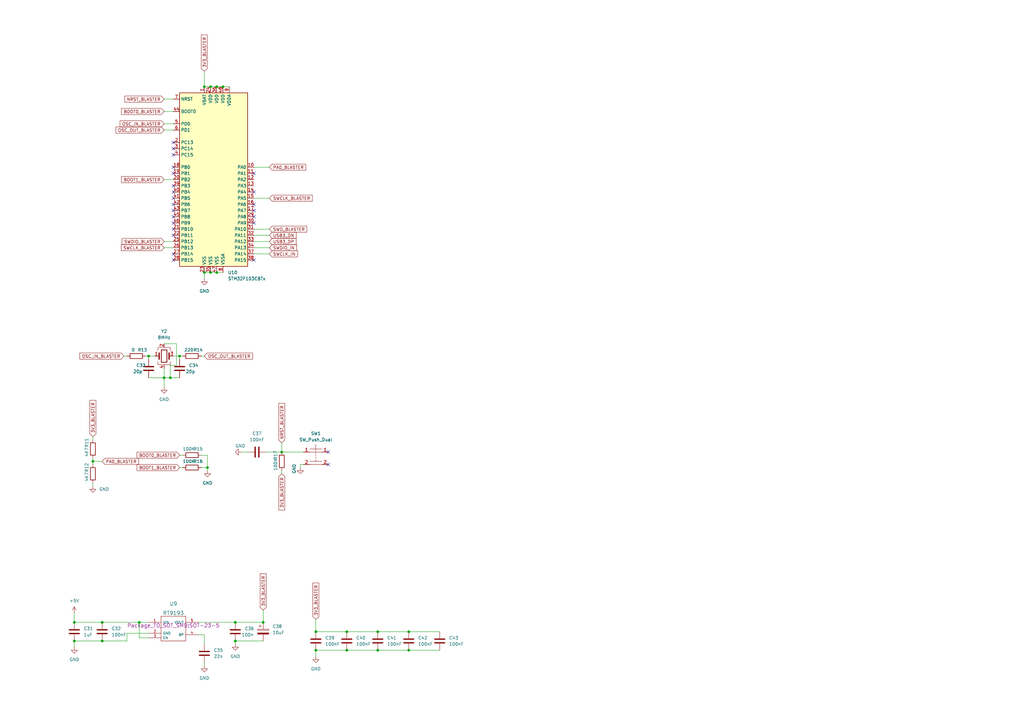
<source format=kicad_sch>
(kicad_sch (version 20211123) (generator eeschema)
  (paper "A3")
  (lib_symbols
    (symbol "Device:C" (pin_numbers hide) (pin_names (offset 0.254))
      (property "Reference" "C" (at 0.635 2.54 0))
      (property "Value" "C" (at 0.635 -2.54 0))
      (symbol "C_0_1"
        (polyline (pts (xy -2.032 -0.762) (xy 2.032 -0.762)) (stroke (width 0.508)))
        (polyline (pts (xy -2.032 0.762) (xy 2.032 0.762)) (stroke (width 0.508)))
      )
      (symbol "C_1_1"
        (pin passive line (at 0 3.81 270) (length 2.794) (name "~") (number "1"))
        (pin passive line (at 0 -3.81 90) (length 2.794) (name "~") (number "2"))
      )
    )
    (symbol "Device:C_Polarized" (pin_numbers hide) (pin_names (offset 0.254))
      (property "Reference" "C" (at 0.635 2.54 0))
      (property "Value" "C_Polarized" (at 0.635 -2.54 0))
      (symbol "C_Polarized_0_1"
        (rectangle (start -2.286 0.508) (end 2.286 1.016))
        (polyline (pts (xy -1.778 2.286) (xy -0.762 2.286)))
        (polyline (pts (xy -1.27 2.794) (xy -1.27 1.778)))
        (rectangle (start 2.286 -0.508) (end -2.286 -1.016) (fill (type outline)))
      )
      (symbol "C_Polarized_1_1"
        (pin passive line (at 0 3.81 270) (length 2.794) (name "~") (number "1"))
        (pin passive line (at 0 -3.81 90) (length 2.794) (name "~") (number "2"))
      )
    )
    (symbol "Device:Crystal_GND24" (pin_names (offset 1.016) hide)
      (property "Reference" "Y" (at 3.175 5.08 0))
      (property "Value" "Crystal_GND24" (at 3.175 3.175 0))
      (symbol "Crystal_GND24_0_1"
        (rectangle (start -1.143 2.54) (end 1.143 -2.54) (stroke (width 0.3048)))
        (polyline (pts (xy -2.54 0) (xy -2.032 0)))
        (polyline (pts (xy -2.032 -1.27) (xy -2.032 1.27)) (stroke (width 0.508)))
        (polyline (pts (xy 0 -3.81) (xy 0 -3.556)))
        (polyline (pts (xy 0 3.556) (xy 0 3.81)))
        (polyline (pts (xy 2.032 -1.27) (xy 2.032 1.27)) (stroke (width 0.508)))
        (polyline (pts (xy 2.032 0) (xy 2.54 0)))
        (polyline (pts (xy -2.54 -2.286) (xy -2.54 -3.556) (xy 2.54 -3.556) (xy 2.54 -2.286)))
        (polyline (pts (xy -2.54 2.286) (xy -2.54 3.556) (xy 2.54 3.556) (xy 2.54 2.286)))
      )
      (symbol "Crystal_GND24_1_1"
        (pin passive line (at -3.81 0 0) (length 1.27) (name "1") (number "1"))
        (pin passive line (at 0 5.08 270) (length 1.27) (name "2") (number "2"))
        (pin passive line (at 3.81 0 180) (length 1.27) (name "3") (number "3"))
        (pin passive line (at 0 -5.08 90) (length 1.27) (name "4") (number "4"))
      )
    )
    (symbol "Device:R" (pin_numbers hide) (pin_names (offset 0))
      (property "Reference" "R" (at 2.032 0 90))
      (property "Value" "R" (at 0 0 90))
      (symbol "R_0_1"
        (rectangle (start -1.016 -2.54) (end 1.016 2.54) (stroke (width 0.254)))
      )
      (symbol "R_1_1"
        (pin passive line (at 0 3.81 270) (length 1.27) (name "~") (number "1"))
        (pin passive line (at 0 -3.81 90) (length 1.27) (name "~") (number "2"))
      )
    )
    (symbol "MCU_ST_STM32F1:STM32F103CBTx"
      (property "Reference" "U" (at -15.24 36.83 0))
      (property "Value" "STM32F103CBTx" (at 7.62 36.83 0))
      (symbol "STM32F103CBTx_0_1"
        (rectangle (start -15.24 -35.56) (end 12.7 35.56) (stroke (width 0.254)) (fill (type background)))
      )
      (symbol "STM32F103CBTx_1_1"
        (pin power_in line (at -5.08 38.1 270) (length 2.54) (name "VBAT") (number "1"))
        (pin bidirectional line (at 15.24 5.08 180) (length 2.54) (name "PA0") (number "10"))
        (pin bidirectional line (at 15.24 2.54 180) (length 2.54) (name "PA1") (number "11"))
        (pin bidirectional line (at 15.24 0 180) (length 2.54) (name "PA2") (number "12"))
        (pin bidirectional line (at 15.24 -2.54 180) (length 2.54) (name "PA3") (number "13"))
        (pin bidirectional line (at 15.24 -5.08 180) (length 2.54) (name "PA4") (number "14"))
        (pin bidirectional line (at 15.24 -7.62 180) (length 2.54) (name "PA5") (number "15"))
        (pin bidirectional line (at 15.24 -10.16 180) (length 2.54) (name "PA6") (number "16"))
        (pin bidirectional line (at 15.24 -12.7 180) (length 2.54) (name "PA7") (number "17"))
        (pin bidirectional line (at -17.78 5.08 0) (length 2.54) (name "PB0") (number "18"))
        (pin bidirectional line (at -17.78 2.54 0) (length 2.54) (name "PB1") (number "19"))
        (pin bidirectional line (at -17.78 15.24 0) (length 2.54) (name "PC13") (number "2"))
        (pin bidirectional line (at -17.78 0 0) (length 2.54) (name "PB2") (number "20"))
        (pin bidirectional line (at -17.78 -20.32 0) (length 2.54) (name "PB10") (number "21"))
        (pin bidirectional line (at -17.78 -22.86 0) (length 2.54) (name "PB11") (number "22"))
        (pin power_in line (at -5.08 -38.1 90) (length 2.54) (name "VSS") (number "23"))
        (pin power_in line (at -2.54 38.1 270) (length 2.54) (name "VDD") (number "24"))
        (pin bidirectional line (at -17.78 -25.4 0) (length 2.54) (name "PB12") (number "25"))
        (pin bidirectional line (at -17.78 -27.94 0) (length 2.54) (name "PB13") (number "26"))
        (pin bidirectional line (at -17.78 -30.48 0) (length 2.54) (name "PB14") (number "27"))
        (pin bidirectional line (at -17.78 -33.02 0) (length 2.54) (name "PB15") (number "28"))
        (pin bidirectional line (at 15.24 -15.24 180) (length 2.54) (name "PA8") (number "29"))
        (pin bidirectional line (at -17.78 12.7 0) (length 2.54) (name "PC14") (number "3"))
        (pin bidirectional line (at 15.24 -17.78 180) (length 2.54) (name "PA9") (number "30"))
        (pin bidirectional line (at 15.24 -20.32 180) (length 2.54) (name "PA10") (number "31"))
        (pin bidirectional line (at 15.24 -22.86 180) (length 2.54) (name "PA11") (number "32"))
        (pin bidirectional line (at 15.24 -25.4 180) (length 2.54) (name "PA12") (number "33"))
        (pin bidirectional line (at 15.24 -27.94 180) (length 2.54) (name "PA13") (number "34"))
        (pin power_in line (at -2.54 -38.1 90) (length 2.54) (name "VSS") (number "35"))
        (pin power_in line (at 0 38.1 270) (length 2.54) (name "VDD") (number "36"))
        (pin bidirectional line (at 15.24 -30.48 180) (length 2.54) (name "PA14") (number "37"))
        (pin bidirectional line (at 15.24 -33.02 180) (length 2.54) (name "PA15") (number "38"))
        (pin bidirectional line (at -17.78 -2.54 0) (length 2.54) (name "PB3") (number "39"))
        (pin bidirectional line (at -17.78 10.16 0) (length 2.54) (name "PC15") (number "4"))
        (pin bidirectional line (at -17.78 -5.08 0) (length 2.54) (name "PB4") (number "40"))
        (pin bidirectional line (at -17.78 -7.62 0) (length 2.54) (name "PB5") (number "41"))
        (pin bidirectional line (at -17.78 -10.16 0) (length 2.54) (name "PB6") (number "42"))
        (pin bidirectional line (at -17.78 -12.7 0) (length 2.54) (name "PB7") (number "43"))
        (pin input line (at -17.78 27.94 0) (length 2.54) (name "BOOT0") (number "44"))
        (pin bidirectional line (at -17.78 -15.24 0) (length 2.54) (name "PB8") (number "45"))
        (pin bidirectional line (at -17.78 -17.78 0) (length 2.54) (name "PB9") (number "46"))
        (pin power_in line (at 0 -38.1 90) (length 2.54) (name "VSS") (number "47"))
        (pin power_in line (at 2.54 38.1 270) (length 2.54) (name "VDD") (number "48"))
        (pin input line (at -17.78 22.86 0) (length 2.54) (name "PD0") (number "5"))
        (pin input line (at -17.78 20.32 0) (length 2.54) (name "PD1") (number "6"))
        (pin input line (at -17.78 33.02 0) (length 2.54) (name "NRST") (number "7"))
        (pin power_in line (at 2.54 -38.1 90) (length 2.54) (name "VSSA") (number "8"))
        (pin power_in line (at 5.08 38.1 270) (length 2.54) (name "VDDA") (number "9"))
      )
    )
    (symbol "SW_Push_Dual_1" (pin_names (offset 1.016) hide)
      (property "Reference" "SW?" (at 0 7.62 0))
      (property "Value" "SW_Push_Dual" (at 0 5.08 0))
      (symbol "SW_Push_Dual_1_0_1"
        (polyline (pts (xy -2.54 -5.08) (xy 2.54 -5.08)))
        (polyline (pts (xy -2.54 0) (xy 2.54 0)))
        (polyline (pts (xy 0 -3.048) (xy 0 -3.556)))
        (polyline (pts (xy 0 -2.032) (xy 0 -2.54)))
        (polyline (pts (xy 0 -1.524) (xy 0 -1.016)))
        (polyline (pts (xy 0 -0.508) (xy 0 0)))
        (polyline (pts (xy 0 0.508) (xy 0 1.016)))
        (polyline (pts (xy 0 1.27) (xy 0 3.048)))
        (polyline (pts (xy 2.54 -3.81) (xy -2.54 -3.81)))
        (polyline (pts (xy 2.54 1.27) (xy -2.54 1.27)))
        (pin passive line (at -5.08 0 0) (length 2.54) (name "1") (number "1"))
        (pin passive line (at 5.08 0 180) (length 2.54) (name "1") (number "1"))
        (pin passive line (at -5.08 -5.08 0) (length 2.54) (name "2") (number "2"))
        (pin passive line (at 5.08 -5.08 180) (length 2.54) (name "2") (number "2"))
      )
    )
    (symbol "TX0RX0:RT9193" (pin_names (offset 0.762))
      (property "Reference" "U" (at -2.54 7.62 0))
      (property "Value" "RT9193" (at 0 5.08 0))
      (property "Datasheet" "www.richtek.com/download_ds.jsp?s=248" (at 0 0 0))
      (symbol "RT9193_0_1"
        (rectangle (start -5.08 3.81) (end 5.08 -6.35))
      )
      (symbol "RT9193_1_1"
        (pin input line (at -10.16 1.27 0) (length 5.08) (name "VIN") (number "1"))
        (pin input line (at -10.16 -3.175 0) (length 5.08) (name "GND") (number "2"))
        (pin input line (at -10.16 -5.08 0) (length 5.08) (name "EN") (number "3"))
        (pin power_out line (at 10.16 -3.81 180) (length 5.08) (name "BP") (number "4"))
        (pin power_out line (at 10.16 1.27 180) (length 5.08) (name "VOUT") (number "5"))
      )
    )
    (symbol "power:+5V" (power) (pin_names (offset 0))
      (property "Value" "+5V" (at 0 3.556 0))
      (symbol "+5V_0_1"
        (polyline (pts (xy -0.762 1.27) (xy 0 2.54)))
        (polyline (pts (xy 0 0) (xy 0 2.54)))
        (polyline (pts (xy 0 2.54) (xy 0.762 1.27)))
      )
      (symbol "+5V_1_1"
        (pin power_in line (at 0 0 90) (length 0) hide (name "+5V") (number "1"))
      )
    )
    (symbol "power:GND" (power) (pin_names (offset 0))
      (property "Value" "GND" (at 0 -3.81 0))
      (symbol "GND_0_1"
        (polyline (pts (xy 0 0) (xy 0 -1.27) (xy 1.27 -1.27) (xy 0 -2.54) (xy -1.27 -1.27) (xy 0 -1.27)))
      )
      (symbol "GND_1_1"
        (pin power_in line (at 0 0 270) (length 0) hide (name "GND") (number "1"))
      )
    )
  )
  (junction (at 154.94 259.08))
  (junction (at 30.48 262.89))
  (junction (at 86.36 35.56))
  (junction (at 142.24 259.08))
  (junction (at 38.1 189.23))
  (junction (at 85.09 191.77))
  (junction (at 129.54 266.7))
  (junction (at 88.9 111.76))
  (junction (at 96.52 255.27))
  (junction (at 88.9 35.56))
  (junction (at 83.82 111.76))
  (junction (at 86.36 111.76))
  (junction (at 83.82 35.56))
  (junction (at 142.24 266.7))
  (junction (at 41.91 262.89))
  (junction (at 57.15 255.27))
  (junction (at 69.85 154.94))
  (junction (at 41.91 255.27))
  (junction (at 60.96 146.05))
  (junction (at 30.48 255.27))
  (junction (at 154.94 266.7))
  (junction (at 107.95 255.27))
  (junction (at 167.64 259.08))
  (junction (at 67.31 154.94))
  (junction (at 129.54 259.08))
  (junction (at 115.57 185.42))
  (junction (at 96.52 262.89))
  (junction (at 91.44 35.56))
  (junction (at 167.64 266.7))
  (junction (at 73.66 146.05))
  (no_connect (at 71.12 83.82))
  (no_connect (at 71.12 91.44))
  (no_connect (at 71.12 104.14))
  (no_connect (at 71.12 93.98))
  (no_connect (at 104.14 91.44))
  (no_connect (at 71.12 68.58))
  (no_connect (at 71.12 58.42))
  (no_connect (at 71.12 60.96))
  (no_connect (at 104.14 106.68))
  (no_connect (at 71.12 96.52))
  (no_connect (at 104.14 88.9))
  (no_connect (at 104.14 78.74))
  (no_connect (at 71.12 76.2))
  (no_connect (at 104.14 83.82))
  (no_connect (at 71.12 88.9))
  (no_connect (at 134.62 185.42))
  (no_connect (at 71.12 63.5))
  (no_connect (at 71.12 86.36))
  (no_connect (at 71.12 106.68))
  (no_connect (at 134.62 190.5))
  (no_connect (at 71.12 71.12))
  (no_connect (at 104.14 86.36))
  (no_connect (at 71.12 78.74))
  (no_connect (at 71.12 81.28))
  (no_connect (at 104.14 71.12))
  (wire (pts (xy 67.31 40.64) (xy 71.12 40.64)))
  (wire (pts (xy 59.69 146.05) (xy 60.96 146.05)))
  (wire (pts (xy 30.48 251.46) (xy 30.48 255.27)))
  (wire (pts (xy 60.96 146.05) (xy 63.5 146.05)))
  (wire (pts (xy 104.14 104.14) (xy 110.49 104.14)))
  (wire (pts (xy 60.96 146.05) (xy 60.96 147.32)))
  (wire (pts (xy 67.31 154.94) (xy 67.31 158.75)))
  (wire (pts (xy 83.82 35.56) (xy 86.36 35.56)))
  (wire (pts (xy 129.54 266.7) (xy 142.24 266.7)))
  (wire (pts (xy 67.31 45.72) (xy 71.12 45.72)))
  (wire (pts (xy 109.22 185.42) (xy 115.57 185.42)))
  (wire (pts (xy 104.14 101.6) (xy 110.49 101.6)))
  (wire (pts (xy 96.52 255.27) (xy 107.95 255.27)))
  (wire (pts (xy 30.48 262.89) (xy 30.48 265.43)))
  (wire (pts (xy 154.94 266.7) (xy 167.64 266.7)))
  (wire (pts (xy 30.48 262.89) (xy 41.91 262.89)))
  (wire (pts (xy 91.44 35.56) (xy 93.98 35.56)))
  (wire (pts (xy 72.39 140.97) (xy 72.39 149.86)))
  (wire (pts (xy 83.82 29.21) (xy 83.82 35.56)))
  (wire (pts (xy 104.14 99.06) (xy 110.49 99.06)))
  (wire (pts (xy 81.28 260.35) (xy 83.82 260.35)))
  (wire (pts (xy 104.14 68.58) (xy 110.49 68.58)))
  (wire (pts (xy 167.64 266.7) (xy 180.34 266.7)))
  (wire (pts (xy 57.15 255.27) (xy 57.15 261.62)))
  (wire (pts (xy 115.57 181.61) (xy 115.57 185.42)))
  (wire (pts (xy 83.82 111.76) (xy 83.82 114.3)))
  (wire (pts (xy 123.19 191.77) (xy 123.19 190.5)))
  (wire (pts (xy 67.31 154.94) (xy 69.85 154.94)))
  (wire (pts (xy 123.19 190.5) (xy 124.46 190.5)))
  (wire (pts (xy 88.9 111.76) (xy 91.44 111.76)))
  (wire (pts (xy 82.55 146.05) (xy 83.82 146.05)))
  (wire (pts (xy 57.15 261.62) (xy 60.96 261.62)))
  (wire (pts (xy 129.54 259.08) (xy 142.24 259.08)))
  (wire (pts (xy 38.1 187.96) (xy 38.1 189.23)))
  (wire (pts (xy 69.85 149.86) (xy 69.85 154.94)))
  (wire (pts (xy 82.55 186.69) (xy 85.09 186.69)))
  (wire (pts (xy 73.66 191.77) (xy 74.93 191.77)))
  (wire (pts (xy 60.96 259.715) (xy 52.07 259.715)))
  (wire (pts (xy 82.55 191.77) (xy 85.09 191.77)))
  (wire (pts (xy 30.48 255.27) (xy 41.91 255.27)))
  (wire (pts (xy 86.36 35.56) (xy 88.9 35.56)))
  (wire (pts (xy 115.57 193.04) (xy 115.57 194.31)))
  (wire (pts (xy 67.31 101.6) (xy 71.12 101.6)))
  (wire (pts (xy 73.66 146.05) (xy 74.93 146.05)))
  (wire (pts (xy 52.07 259.715) (xy 52.07 262.89)))
  (wire (pts (xy 67.31 140.97) (xy 72.39 140.97)))
  (wire (pts (xy 83.82 111.76) (xy 86.36 111.76)))
  (wire (pts (xy 96.52 262.89) (xy 96.52 264.16)))
  (wire (pts (xy 104.14 93.98) (xy 110.49 93.98)))
  (wire (pts (xy 86.36 111.76) (xy 88.9 111.76)))
  (wire (pts (xy 167.64 259.08) (xy 180.34 259.08)))
  (wire (pts (xy 41.91 255.27) (xy 57.15 255.27)))
  (wire (pts (xy 107.95 250.19) (xy 107.95 255.27)))
  (wire (pts (xy 85.09 191.77) (xy 85.09 193.04)))
  (wire (pts (xy 154.94 259.08) (xy 167.64 259.08)))
  (wire (pts (xy 81.28 255.27) (xy 96.52 255.27)))
  (wire (pts (xy 96.52 262.89) (xy 107.95 262.89)))
  (wire (pts (xy 38.1 198.12) (xy 38.1 199.39)))
  (wire (pts (xy 104.14 96.52) (xy 110.49 96.52)))
  (wire (pts (xy 52.07 262.89) (xy 41.91 262.89)))
  (wire (pts (xy 67.31 73.66) (xy 71.12 73.66)))
  (wire (pts (xy 142.24 259.08) (xy 154.94 259.08)))
  (wire (pts (xy 67.31 151.13) (xy 67.31 154.94)))
  (wire (pts (xy 38.1 189.23) (xy 41.91 189.23)))
  (wire (pts (xy 38.1 179.07) (xy 38.1 180.34)))
  (wire (pts (xy 50.8 146.05) (xy 52.07 146.05)))
  (wire (pts (xy 57.15 255.27) (xy 60.96 255.27)))
  (wire (pts (xy 71.12 146.05) (xy 73.66 146.05)))
  (wire (pts (xy 115.57 185.42) (xy 124.46 185.42)))
  (wire (pts (xy 99.06 185.42) (xy 101.6 185.42)))
  (wire (pts (xy 67.31 50.8) (xy 71.12 50.8)))
  (wire (pts (xy 69.85 154.94) (xy 73.66 154.94)))
  (wire (pts (xy 129.54 254) (xy 129.54 259.08)))
  (wire (pts (xy 85.09 186.69) (xy 85.09 191.77)))
  (wire (pts (xy 73.66 146.05) (xy 73.66 147.32)))
  (wire (pts (xy 88.9 35.56) (xy 91.44 35.56)))
  (wire (pts (xy 129.54 266.7) (xy 129.54 269.24)))
  (wire (pts (xy 73.66 186.69) (xy 74.93 186.69)))
  (wire (pts (xy 72.39 149.86) (xy 69.85 149.86)))
  (wire (pts (xy 83.82 271.78) (xy 83.82 273.05)))
  (wire (pts (xy 60.96 154.94) (xy 67.31 154.94)))
  (wire (pts (xy 67.31 99.06) (xy 71.12 99.06)))
  (wire (pts (xy 83.82 260.35) (xy 83.82 264.16)))
  (wire (pts (xy 38.1 189.23) (xy 38.1 190.5)))
  (wire (pts (xy 104.14 81.28) (xy 110.49 81.28)))
  (wire (pts (xy 142.24 266.7) (xy 154.94 266.7)))
  (wire (pts (xy 67.31 53.34) (xy 71.12 53.34)))
  (global_label "USB3_DN" (shape input) (at 110.49 96.52 0) (property "Intersheet References" "${INTERSHEET_REFS}" (effects hide)))
  (global_label "3V3_BLASTER" (shape input) (at 83.82 29.21 90) (property "Intersheet References" "${INTERSHEET_REFS}" (effects hide)))
  (global_label "OSC_IN_BLASTER" (shape input) (at 50.8 146.05 180) (property "Intersheet References" "${INTERSHEET_REFS}" (effects hide)))
  (global_label "OSC_IN_BLASTER" (shape input) (at 67.31 50.8 180) (property "Intersheet References" "${INTERSHEET_REFS}" (effects hide)))
  (global_label "BOOT1_BLASTER" (shape input) (at 67.31 73.66 180) (property "Intersheet References" "${INTERSHEET_REFS}" (effects hide)))
  (global_label "SWDIO_IN" (shape input) (at 110.49 101.6 0) (property "Intersheet References" "${INTERSHEET_REFS}" (effects hide)))
  (global_label "BOOT1_BLASTER" (shape input) (at 73.66 191.77 180) (property "Intersheet References" "${INTERSHEET_REFS}" (effects hide)))
  (global_label "SWCLK_BLASTER" (shape input) (at 110.49 81.28 0) (property "Intersheet References" "${INTERSHEET_REFS}" (effects hide)))
  (global_label "BOOT0_BLASTER" (shape input) (at 67.31 45.72 180) (property "Intersheet References" "${INTERSHEET_REFS}" (effects hide)))
  (global_label "BOOT0_BLASTER" (shape input) (at 73.66 186.69 180) (property "Intersheet References" "${INTERSHEET_REFS}" (effects hide)))
  (global_label "SWDIO_BLASTER" (shape input) (at 67.31 99.06 180) (property "Intersheet References" "${INTERSHEET_REFS}" (effects hide)))
  (global_label "PA0_BLASTER" (shape input) (at 41.91 189.23 0) (property "Intersheet References" "${INTERSHEET_REFS}" (effects hide)))
  (global_label "SWCLK_BLASTER" (shape input) (at 67.31 101.6 180) (property "Intersheet References" "${INTERSHEET_REFS}" (effects hide)))
  (global_label "SWCLK_IN" (shape input) (at 110.49 104.14 0) (property "Intersheet References" "${INTERSHEET_REFS}" (effects hide)))
  (global_label "SWO_BLASTER" (shape input) (at 110.49 93.98 0) (property "Intersheet References" "${INTERSHEET_REFS}" (effects hide)))
  (global_label "NRST_BLASTER" (shape input) (at 67.31 40.64 180) (property "Intersheet References" "${INTERSHEET_REFS}" (effects hide)))
  (global_label "PA0_BLASTER" (shape input) (at 110.49 68.58 0) (property "Intersheet References" "${INTERSHEET_REFS}" (effects hide)))
  (global_label "3V3_BLASTER" (shape input) (at 38.1 179.07 90) (property "Intersheet References" "${INTERSHEET_REFS}" (effects hide)))
  (global_label "OSC_OUT_BLASTER" (shape input) (at 67.31 53.34 180) (property "Intersheet References" "${INTERSHEET_REFS}" (effects hide)))
  (global_label "NRST_BLASTER" (shape input) (at 115.57 181.61 90) (property "Intersheet References" "${INTERSHEET_REFS}" (effects hide)))
  (global_label "3V3_BLASTER" (shape input) (at 129.54 254 90) (property "Intersheet References" "${INTERSHEET_REFS}" (effects hide)))
  (global_label "3V3_BLASTER" (shape input) (at 107.95 250.19 90) (property "Intersheet References" "${INTERSHEET_REFS}" (effects hide)))
  (global_label "3V3_BLASTER" (shape input) (at 115.57 194.31 270) (property "Intersheet References" "${INTERSHEET_REFS}" (effects hide)))
  (global_label "OSC_OUT_BLASTER" (shape input) (at 83.82 146.05 0) (property "Intersheet References" "${INTERSHEET_REFS}" (effects hide)))
  (global_label "USB3_DP" (shape input) (at 110.49 99.06 0) (property "Intersheet References" "${INTERSHEET_REFS}" (effects hide)))
  (symbol (lib_id "Device:C") (at 83.82 267.97 0) (unit 1)
    (property "Reference" "C35" (at 87.63 266.6999 0) (effects (justify left)))
    (property "Value" "22n" (at 87.63 269.2399 0) (effects (justify left)))
    (property "Footprint" "Capacitor_SMD:C_0805_2012Metric_Pad1.18x1.45mm_HandSolder" (effects hide))
  )
  (symbol (lib_id "power:GND") (at 67.31 158.75 0) (unit 1)
    (property "Reference" "#PWR0119" (effects hide))
    (property "Value" "GND" (at 67.31 163.83 0))
  )
  (symbol (lib_id "power:GND") (at 83.82 273.05 0) (unit 1)
    (property "Reference" "#PWR035" (effects hide))
    (property "Value" "GND" (at 83.82 278.13 0))
  )
  (symbol (lib_id "Device:C") (at 73.66 151.13 0) (unit 1)
    (property "Reference" "C34" (at 77.47 149.86 0) (effects (justify left)))
    (property "Value" "20p" (at 76.2 152.4 0) (effects (justify left)))
    (property "Footprint" "Capacitor_SMD:C_0603_1608Metric_Pad1.08x0.95mm_HandSolder" (effects hide))
  )
  (symbol (lib_id "Device:C") (at 180.34 262.89 0) (unit 1)
    (property "Reference" "C43" (at 184.15 261.6199 0) (effects (justify left)))
    (property "Value" "100nF" (at 184.15 264.1599 0) (effects (justify left)))
    (property "Footprint" "Capacitor_SMD:C_0603_1608Metric_Pad1.08x0.95mm_HandSolder" (effects hide))
  )
  (symbol (lib_id "Device:R") (at 78.74 146.05 90) (unit 1)
    (property "Reference" "R14" (at 81.28 143.51 90))
    (property "Value" "220" (at 77.47 143.51 90))
    (property "Footprint" "Resistor_SMD:R_0603_1608Metric_Pad0.98x0.95mm_HandSolder" (effects hide))
  )
  (symbol (lib_id "Device:C") (at 30.48 259.08 0) (unit 1)
    (property "Reference" "C31" (at 34.29 257.8099 0) (effects (justify left)))
    (property "Value" "1uF" (at 34.29 260.3499 0) (effects (justify left)))
    (property "Footprint" "Capacitor_SMD:C_0805_2012Metric_Pad1.18x1.45mm_HandSolder" (effects hide))
  )
  (symbol (lib_id "Device:R") (at 55.88 146.05 90) (unit 1)
    (property "Reference" "R13" (at 58.42 143.51 90))
    (property "Value" "0" (at 54.61 143.51 90))
    (property "Footprint" "Resistor_SMD:R_0603_1608Metric_Pad0.98x0.95mm_HandSolder" (effects hide))
  )
  (symbol (lib_id "power:GND") (at 30.48 265.43 0) (unit 1)
    (property "Reference" "#PWR032" (effects hide))
    (property "Value" "GND" (at 30.48 270.51 0))
  )
  (symbol (lib_id "power:GND") (at 38.1 199.39 0) (unit 1)
    (property "Reference" "#PWR033" (effects hide))
    (property "Value" "GND" (at 40.64 200.6599 0) (effects (justify left)))
  )
  (symbol (lib_id "MCU_ST_STM32F1:STM32F103CBTx") (at 88.9 73.66 0) (unit 1)
    (property "Reference" "U10" (at 93.4594 111.76 0) (effects (justify left)))
    (property "Value" "STM32F103CBTx" (at 93.4594 114.3 0) (effects (justify left)))
    (property "Footprint" "Package_QFP:LQFP-48_7x7mm_P0.5mm" (effects hide))
    (property "Datasheet" "http://www.st.com/st-web-ui/static/active/en/resource/technical/document/datasheet/CD00161566.pdf" (effects hide))
  )
  (symbol (lib_id "Device:Crystal_GND24") (at 67.31 146.05 0) (unit 1)
    (property "Reference" "Y2" (at 67.31 135.89 0))
    (property "Value" "8MHz" (at 67.31 138.43 0))
    (property "Footprint" "Crystal:Crystal_SMD_3225-4Pin_3.2x2.5mm" (effects hide))
  )
  (symbol (lib_id "power:+5V") (at 30.48 251.46 0) (unit 1)
    (property "Reference" "#PWR031" (effects hide))
    (property "Value" "+5V" (at 30.48 246.38 0))
  )
  (symbol (lib_id "Device:C") (at 105.41 185.42 90) (unit 1)
    (property "Reference" "C37" (at 105.41 177.8 90))
    (property "Value" "100nF" (at 105.41 180.34 90))
    (property "Footprint" "Capacitor_SMD:C_0603_1608Metric_Pad1.08x0.95mm_HandSolder" (effects hide))
  )
  (symbol (lib_id "power:GND") (at 85.09 193.04 0) (unit 1)
    (property "Reference" "#PWR036" (effects hide))
    (property "Value" "GND" (at 85.09 198.12 0))
  )
  (symbol (lib_name "SW_Push_Dual_1") (lib_id "Switch:SW_Push_Dual") (at 129.54 185.42 0) (unit 1)
    (property "Reference" "SW1" (at 129.54 177.8 0))
    (property "Value" "SW_Push_Dual" (at 129.54 180.34 0))
    (property "Footprint" "Button_Switch_SMD:SW_Push_1P1T_NO_6x6mm_H9.5mm" (effects hide))
  )
  (symbol (lib_id "Device:C") (at 60.96 151.13 0) (unit 1)
    (property "Reference" "C33" (at 55.88 149.86 0) (effects (justify left)))
    (property "Value" "20p" (at 54.61 152.4 0) (effects (justify left)))
    (property "Footprint" "Capacitor_SMD:C_0603_1608Metric_Pad1.08x0.95mm_HandSolder" (effects hide))
  )
  (symbol (lib_id "power:GND") (at 129.54 269.24 0) (unit 1)
    (property "Reference" "#PWR040" (effects hide))
    (property "Value" "GND" (at 129.54 274.32 0))
  )
  (symbol (lib_id "Device:C") (at 96.52 259.08 0) (unit 1)
    (property "Reference" "C36" (at 100.33 257.8099 0) (effects (justify left)))
    (property "Value" "100n" (at 99.06 260.35 0) (effects (justify left)))
    (property "Footprint" "Capacitor_SMD:C_0805_2012Metric_Pad1.18x1.45mm_HandSolder" (effects hide))
  )
  (symbol (lib_id "Device:R") (at 78.74 186.69 90) (unit 1)
    (property "Reference" "R15" (at 81.28 184.15 90))
    (property "Value" "100K" (at 77.47 184.15 90))
    (property "Footprint" "Resistor_SMD:R_0603_1608Metric_Pad0.98x0.95mm_HandSolder" (effects hide))
  )
  (symbol (lib_id "Device:R") (at 38.1 184.15 180) (unit 1)
    (property "Reference" "R11" (at 35.56 181.61 90))
    (property "Value" "4K7" (at 35.56 185.42 90))
    (property "Footprint" "Resistor_SMD:R_0603_1608Metric_Pad0.98x0.95mm_HandSolder" (effects hide))
  )
  (symbol (lib_id "Device:R") (at 38.1 194.31 180) (unit 1)
    (property "Reference" "R12" (at 35.56 191.77 90))
    (property "Value" "4K7" (at 35.56 195.58 90))
    (property "Footprint" "Resistor_SMD:R_0603_1608Metric_Pad0.98x0.95mm_HandSolder" (effects hide))
  )
  (symbol (lib_id "Device:C") (at 167.64 262.89 0) (unit 1)
    (property "Reference" "C42" (at 171.45 261.6199 0) (effects (justify left)))
    (property "Value" "100nF" (at 171.45 264.1599 0) (effects (justify left)))
    (property "Footprint" "Capacitor_SMD:C_0603_1608Metric_Pad1.08x0.95mm_HandSolder" (effects hide))
  )
  (symbol (lib_id "Device:C") (at 129.54 262.89 0) (unit 1)
    (property "Reference" "C39" (at 133.35 261.6199 0) (effects (justify left)))
    (property "Value" "100nF" (at 133.35 264.1599 0) (effects (justify left)))
    (property "Footprint" "Capacitor_SMD:C_0603_1608Metric_Pad1.08x0.95mm_HandSolder" (effects hide))
  )
  (symbol (lib_id "power:GND") (at 96.52 264.16 0) (unit 1)
    (property "Reference" "#PWR037" (effects hide))
    (property "Value" "GND" (at 96.52 269.24 0))
  )
  (symbol (lib_id "Device:R") (at 115.57 189.23 180) (unit 1)
    (property "Reference" "R17" (at 113.03 186.69 90))
    (property "Value" "100K" (at 113.03 190.5 90))
    (property "Footprint" "Resistor_SMD:R_0603_1608Metric_Pad0.98x0.95mm_HandSolder" (effects hide))
  )
  (symbol (lib_id "power:GND") (at 123.19 191.77 0) (unit 1)
    (property "Reference" "#PWR039" (effects hide))
    (property "Value" "GND" (at 120.65 194.31 90) (effects (justify left)))
  )
  (symbol (lib_id "power:GND") (at 83.82 114.3 0) (unit 1)
    (property "Reference" "#PWR034" (effects hide))
    (property "Value" "GND" (at 83.82 119.38 0))
  )
  (symbol (lib_id "Device:C") (at 41.91 259.08 0) (unit 1)
    (property "Reference" "C32" (at 45.72 257.8099 0) (effects (justify left)))
    (property "Value" "100nF" (at 45.72 260.3499 0) (effects (justify left)))
    (property "Footprint" "Capacitor_SMD:C_0805_2012Metric_Pad1.18x1.45mm_HandSolder" (effects hide))
  )
  (symbol (lib_id "Device:R") (at 78.74 191.77 90) (unit 1)
    (property "Reference" "R16" (at 81.28 189.23 90))
    (property "Value" "100K" (at 77.47 189.23 90))
    (property "Footprint" "Resistor_SMD:R_0603_1608Metric_Pad0.98x0.95mm_HandSolder" (effects hide))
  )
  (symbol (lib_id "Device:C") (at 154.94 262.89 0) (unit 1)
    (property "Reference" "C41" (at 158.75 261.6199 0) (effects (justify left)))
    (property "Value" "100nF" (at 158.75 264.1599 0) (effects (justify left)))
    (property "Footprint" "Capacitor_SMD:C_0603_1608Metric_Pad1.08x0.95mm_HandSolder" (effects hide))
  )
  (symbol (lib_id "Device:C") (at 142.24 262.89 0) (unit 1)
    (property "Reference" "C40" (at 146.05 261.6199 0) (effects (justify left)))
    (property "Value" "100nF" (at 146.05 264.1599 0) (effects (justify left)))
    (property "Footprint" "Capacitor_SMD:C_0603_1608Metric_Pad1.08x0.95mm_HandSolder" (effects hide))
  )
  (symbol (lib_id "TX0RX0:RT9193") (at 71.12 256.54 0) (unit 1)
    (property "Reference" "U9" (at 71.12 247.65 0) (effects (font (size 1.524 1.524))))
    (property "Value" "RT9193" (at 71.12 251.46 0) (effects (font (size 1.524 1.524))))
    (property "Footprint" "Package_TO_SOT_SMD:SOT-23-5" (at 71.12 256.54 0) (effects (font (size 1.524 1.524))))
  )
  (symbol (lib_id "power:GND") (at 99.06 185.42 270) (unit 1)
    (property "Reference" "#PWR038" (effects hide))
    (property "Value" "GND" (at 96.52 182.88 90) (effects (justify left)))
  )
  (symbol (lib_id "Device:C_Polarized") (at 107.95 259.08 0) (unit 1)
    (property "Reference" "C38" (at 111.76 256.9209 0) (effects (justify left)))
    (property "Value" "10uF" (at 111.76 259.4609 0) (effects (justify left)))
    (property "Footprint" "Capacitor_Tantalum_SMD:CP_EIA-1608-08_AVX-J" (effects hide))
  )
)
</source>
